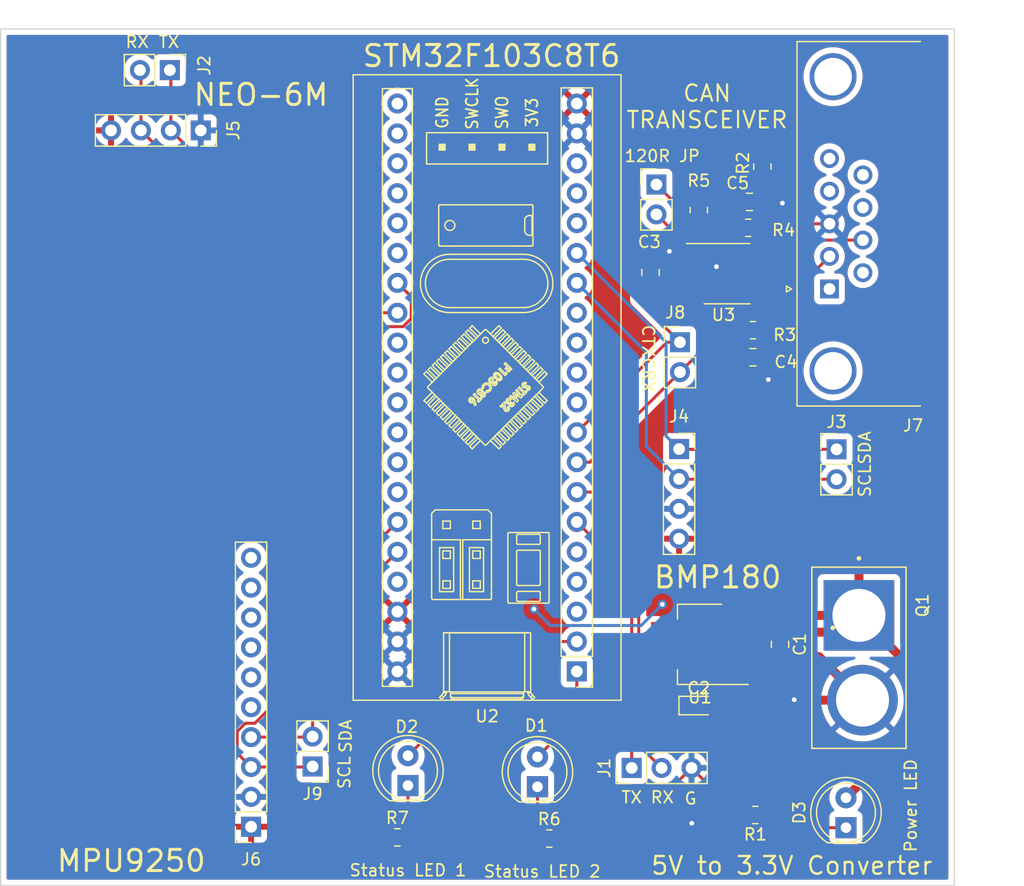
<source format=kicad_pcb>
(kicad_pcb (version 20211014) (generator pcbnew)
  (layers (0 "F.Cu" signal) (31 "B.Cu" signal) (34 "B.Paste" user) (35 "F.Paste" user) (36 "B.SilkS" user "B.Silkscreen") (37 "F.SilkS" user "F.Silkscreen") (38 "B.Mask" user) (39 "F.Mask" user) (44 "Edge.Cuts" user))
  (net 0 "")
  (net 1 "+5V")
  (net 2 "BMP180_SDA")
  (net 3 "BMP180_SCL")
  (net 4 "GND")
  (net 5 "+3V3")
  (net 6 "GPS_TX")
  (net 7 "GPS_RX")
  (net 8 "IMU_SCL")
  (net 9 "IMU_SDA")
  (net 18 "CANL")
  (net 22 "CANH")
  (net 29 "Net-(J1-Pad1)")
  (net 31 "Net-(J1-Pad2)")
  (net 33 "CAN_RX")
  (net 35 "CAN_TX")
  (net 51 "Net-(R2-Pad1)")
  (net 52 "Net-(C4-Pad1)")
  (net 53 "Net-(C5-Pad2)")
  (net 54 "Net-(D1-Pad1)")
  (net 55 "Net-(D2-Pad1)")
  (net 56 "Net-(JP1-Pad1)")
  (net 57 "Net-(D3-Pad1)")
  (net 58 "Net-(U2-Pad1)")
  (net 59 "Net-(U2-Pad2)")
  (footprint "Connector_Dsub:DSUB-9_Male_Horizontal_P2.77x2.84mm_EdgePinOffset4.94mm_Housed_MountingHolesOffset7.48mm" (layer "F.Cu") (at 173.3 60.5 90)
    (fp_text reference "J7" (at -11.6 7.1 180) (layer "F.SilkS"))
    (fp_text value "DB9_CAN_CONN")
    (pad "0" thru_hole circle (at -6.96 0.3 90) (size 4 4) (drill 3.2) (layers *.Cu *.Mask))
    (pad "0" thru_hole circle (at 18.04 0.3 90) (size 4 4) (drill 3.2) (layers *.Cu *.Mask))
    (pad "1" thru_hole rect (at 0 0 90) (size 1.6 1.6) (drill 1) (layers *.Cu *.Mask))
    (pad "2" thru_hole circle (at 2.77 0 90) (size 1.6 1.6) (drill 1) (layers *.Cu *.Mask) (net 18 "CANL"))
    (pad "3" thru_hole circle (at 5.54 0 90) (size 1.6 1.6) (drill 1) (layers *.Cu *.Mask) (net 4 "GND"))
    (pad "4" thru_hole circle (at 8.31 0 90) (size 1.6 1.6) (drill 1) (layers *.Cu *.Mask))
    (pad "5" thru_hole circle (at 11.08 0 90) (size 1.6 1.6) (drill 1) (layers *.Cu *.Mask))
    (pad "6" thru_hole circle (at 1.385 2.84 90) (size 1.6 1.6) (drill 1) (layers *.Cu *.Mask))
    (pad "7" thru_hole circle (at 4.155 2.84 90) (size 1.6 1.6) (drill 1) (layers *.Cu *.Mask) (net 22 "CANH"))
    (pad "8" thru_hole circle (at 6.925 2.84 90) (size 1.6 1.6) (drill 1) (layers *.Cu *.Mask))
    (pad "9" thru_hole circle (at 9.695 2.84 90) (size 1.6 1.6) (drill 1) (layers *.Cu *.Mask))
  )
  (footprint "XT60_YELLOW:AMASS_XT60PB-M" (layer "F.Cu") (at 175.8 91.8375 -90)
    (fp_text reference "Q1" (at -4.445 -5.3975 90) (layer "F.SilkS"))
    (fp_text value "XT60_YELLOW")
    (pad "1" thru_hole rect locked (at -3.6 0 270) (size 6 6) (drill 4.5) (layers *.Cu *.Mask) (net 1 "+5V"))
    (pad "2" thru_hole circle locked (at 3.6 -0.305 270) (size 6 6) (drill 4.5) (layers *.Cu *.Mask) (net 4 "GND"))
  )
  (footprint "Connector_PinHeader_2.54mm:PinHeader_1x02_P2.54mm_Vertical" (layer "F.Cu") (at 158.6 51.625)
    (fp_text reference "120R JP" (at 0.5 -2.425) (layer "F.SilkS"))
    (fp_text value "120R Jumper")
    (pad "1" thru_hole rect (at 0 0) (size 1.7 1.7) (drill 1) (layers *.Cu *.Mask) (net 56 "Net-(JP1-Pad1)"))
    (pad "2" thru_hole oval (at 0 2.54) (size 1.7 1.7) (drill 1) (layers *.Cu *.Mask) (net 18 "CANL"))
  )
  (footprint "Resistor_SMD:R_0805_2012Metric_Pad1.20x1.40mm_HandSolder" (layer "F.Cu") (at 166.4 55.3)
    (fp_text reference "R4" (at 3 0.2 180) (layer "F.SilkS"))
    (fp_text value "100R")
    (pad "1" smd roundrect (at -1 0) (size 1.2 1.4) (layers "F.Cu" "F.Paste" "F.Mask") (roundrect_rratio 0.208333) (net 53 "Net-(C5-Pad2)"))
    (pad "2" smd roundrect (at 1 0) (size 1.2 1.4) (layers "F.Cu" "F.Paste" "F.Mask") (roundrect_rratio 0.208333) (net 22 "CANH"))
  )
  (footprint "Capacitor_SMD:C_0805_2012Metric_Pad1.18x1.45mm_HandSolder" (layer "F.Cu") (at 166.5 53.1 180)
    (fp_text reference "C5" (at 1 1.6) (layer "F.SilkS"))
    (fp_text value "560pf")
    (pad "1" smd roundrect (at -1.0375 0 180) (size 1.175 1.45) (layers "F.Cu" "F.Paste" "F.Mask") (roundrect_rratio 0.212766) (net 4 "GND"))
    (pad "2" smd roundrect (at 1.0375 0 180) (size 1.175 1.45) (layers "F.Cu" "F.Paste" "F.Mask") (roundrect_rratio 0.212766) (net 53 "Net-(C5-Pad2)"))
  )
  (footprint "Resistor_SMD:R_0805_2012Metric_Pad1.20x1.40mm_HandSolder" (layer "F.Cu") (at 167.6 50.1 90)
    (fp_text reference "R2" (at 0.3 -1.65 90) (layer "F.SilkS"))
    (fp_text value "4k7")
    (pad "1" smd roundrect (at -1 0 90) (size 1.2 1.4) (layers "F.Cu" "F.Paste" "F.Mask") (roundrect_rratio 0.208333) (net 51 "Net-(R2-Pad1)"))
    (pad "2" smd roundrect (at 1 0 90) (size 1.2 1.4) (layers "F.Cu" "F.Paste" "F.Mask") (roundrect_rratio 0.208333) (net 4 "GND"))
  )
  (footprint "Connector_PinHeader_2.54mm:PinHeader_1x03_P2.54mm_Vertical" (layer "F.Cu") (at 156.5 101.2 90)
    (fp_text reference "J1" (at 0 -2.33 90) (layer "F.SilkS"))
    (fp_text value "UART")
    (pad "1" thru_hole rect (at 0 0 90) (size 1.7 1.7) (drill 1) (layers *.Cu *.Mask) (net 29 "Net-(J1-Pad1)"))
    (pad "2" thru_hole oval (at 0 2.54 90) (size 1.7 1.7) (drill 1) (layers *.Cu *.Mask) (net 31 "Net-(J1-Pad2)"))
    (pad "3" thru_hole oval (at 0 5.08 90) (size 1.7 1.7) (drill 1) (layers *.Cu *.Mask) (net 4 "GND"))
  )
  (footprint "Capacitor_SMD:C_0805_2012Metric_Pad1.18x1.45mm_HandSolder" (layer "F.Cu") (at 158.1 59.1 90)
    (fp_text reference "C3" (at 2.6 -0.1 180) (layer "F.SilkS"))
    (fp_text value "0.1 uf")
    (pad "1" smd roundrect (at -1.0375 0 90) (size 1.175 1.45) (layers "F.Cu" "F.Paste" "F.Mask") (roundrect_rratio 0.212766) (net 1 "+5V"))
    (pad "2" smd roundrect (at 1.0375 0 90) (size 1.175 1.45) (layers "F.Cu" "F.Paste" "F.Mask") (roundrect_rratio 0.212766) (net 4 "GND"))
  )
  (footprint "Capacitor_Tantalum_SMD:CP_EIA-1608-08_AVX-J_Pad1.25x1.05mm_HandSolder" (layer "F.Cu") (at 162.2 95.9)
    (fp_text reference "C2" (at 0 -1.48) (layer "F.SilkS"))
    (fp_text value "22uf")
    (pad "1" smd roundrect (at -0.8 0) (size 1.25 1.05) (layers "F.Cu" "F.Paste" "F.Mask") (roundrect_rratio 0.238095) (net 5 "+3V3"))
    (pad "2" smd roundrect (at 0.8 0) (size 1.25 1.05) (layers "F.Cu" "F.Paste" "F.Mask") (roundrect_rratio 0.238095) (net 4 "GND"))
  )
  (footprint "Resistor_SMD:R_0805_2012Metric_Pad1.20x1.40mm_HandSolder" (layer "F.Cu") (at 149.5 107.2)
    (fp_text reference "R6" (at 0 -1.65) (layer "F.SilkS"))
    (fp_text value "220R")
    (pad "1" smd roundrect (at -1 0) (size 1.2 1.4) (layers "F.Cu" "F.Paste" "F.Mask") (roundrect_rratio 0.208333) (net 54 "Net-(D1-Pad1)"))
    (pad "2" smd roundrect (at 1 0) (size 1.2 1.4) (layers "F.Cu" "F.Paste" "F.Mask") (roundrect_rratio 0.208333) (net 4 "GND"))
  )
  (footprint "Package_SO:SOIC-8_3.9x4.9mm_P1.27mm" (layer "F.Cu") (at 164.6 59.2)
    (fp_text reference "U3" (at -0.3 3.5) (layer "F.SilkS"))
    (fp_text value "MCP2551-I-SN")
    (pad "1" smd roundrect (at -2.475 -1.905) (size 1.95 0.6) (layers "F.Cu" "F.Paste" "F.Mask") (net 35 "CAN_TX"))
    (pad "2" smd roundrect (at -2.475 -0.635) (size 1.95 0.6) (layers "F.Cu" "F.Paste" "F.Mask") (net 4 "GND"))
    (pad "3" smd roundrect (at -2.475 0.635) (size 1.95 0.6) (layers "F.Cu" "F.Paste" "F.Mask") (net 1 "+5V"))
    (pad "4" smd roundrect (at -2.475 1.905) (size 1.95 0.6) (layers "F.Cu" "F.Paste" "F.Mask") (net 33 "CAN_RX"))
    (pad "5" smd roundrect (at 2.475 1.905) (size 1.95 0.6) (layers "F.Cu" "F.Paste" "F.Mask"))
    (pad "6" smd roundrect (at 2.475 0.635) (size 1.95 0.6) (layers "F.Cu" "F.Paste" "F.Mask") (net 18 "CANL"))
    (pad "7" smd roundrect (at 2.475 -0.635) (size 1.95 0.6) (layers "F.Cu" "F.Paste" "F.Mask") (net 22 "CANH"))
    (pad "8" smd roundrect (at 2.475 -1.905) (size 1.95 0.6) (layers "F.Cu" "F.Paste" "F.Mask") (net 51 "Net-(R2-Pad1)"))
  )
  (footprint "Package_TO_SOT_SMD:SOT-223-3_TabPin2" (layer "F.Cu") (at 162.3 90.7 180)
    (fp_text reference "U1" (at 0 -4.5) (layer "F.SilkS"))
    (fp_text value "AMS1117")
    (pad "1" smd rect (at -3.15 -2.3 180) (size 2 1.5) (layers "F.Cu" "F.Paste" "F.Mask") (net 4 "GND"))
    (pad "2" smd rect (at -3.15 0 180) (size 2 1.5) (layers "F.Cu" "F.Paste" "F.Mask") (net 5 "+3V3"))
    (pad "2" smd rect (at 3.15 0 180) (size 2 3.8) (layers "F.Cu" "F.Paste" "F.Mask") (net 5 "+3V3"))
    (pad "3" smd rect (at -3.15 2.3 180) (size 2 1.5) (layers "F.Cu" "F.Paste" "F.Mask") (net 1 "+5V"))
  )
  (footprint "Footprints:YAAJ_BluePill_1" (layer "F.Cu") (at 151.84 93 180)
    (fp_text reference "U2" (at 7.62 -3.81) (layer "F.SilkS"))
    (fp_text value "STM32F103C8T6" hide)
    (fp_text user "SWCLK" (at 8.89 48.26 90 unlocked) (layer "F.SilkS") (effects (font (size 1 0.9))))
    (fp_text user "3V3" (at 3.81 47.498 90 unlocked) (layer "F.SilkS") (effects (font (size 1 0.9))))
    (fp_text user "GND" (at 11.43 47.498 90 unlocked) (layer "F.SilkS") (effects (font (size 1 0.9))))
    (fp_text user "SWO" (at 6.35 47.498 90 unlocked) (layer "F.SilkS") (effects (font (size 1 0.9))))
    (pad "1" thru_hole rect locked (at 0 0 180) (size 1.7 1.7) (drill 1) (layers *.Cu *.Mask) (net 58 "Net-(U2-Pad1)"))
    (pad "2" thru_hole circle locked (at 0 2.54 180) (size 1.7 1.7) (drill 1) (layers *.Cu *.Mask) (net 59 "Net-(U2-Pad2)"))
    (pad "3" thru_hole circle locked (at 0 5.08 180) (size 1.7 1.7) (drill 1) (layers *.Cu *.Mask))
    (pad "4" thru_hole circle locked (at 0 7.62 180) (size 1.7 1.7) (drill 1) (layers *.Cu *.Mask))
    (pad "5" thru_hole circle locked (at 0 10.16 180) (size 1.7 1.7) (drill 1) (layers *.Cu *.Mask))
    (pad "6" thru_hole circle locked (at 0 12.7 180) (size 1.7 1.7) (drill 1) (layers *.Cu *.Mask) (net 29 "Net-(J1-Pad1)"))
    (pad "7" thru_hole circle locked (at 0 15.24 180) (size 1.7 1.7) (drill 1) (layers *.Cu *.Mask) (net 31 "Net-(J1-Pad2)"))
    (pad "8" thru_hole circle locked (at 0 17.78 180) (size 1.7 1.7) (drill 1) (layers *.Cu *.Mask) (net 33 "CAN_RX"))
    (pad "9" thru_hole circle locked (at 0 20.32 180) (size 1.7 1.7) (drill 1) (layers *.Cu *.Mask) (net 35 "CAN_TX"))
    (pad "10" thru_hole circle locked (at 0 22.86 180) (size 1.7 1.7) (drill 1) (layers *.Cu *.Mask))
    (pad "11" thru_hole circle locked (at 0 25.4 180) (size 1.7 1.7) (drill 1) (layers *.Cu *.Mask))
    (pad "12" thru_hole circle locked (at 0 27.94 180) (size 1.7 1.7) (drill 1) (layers *.Cu *.Mask))
    (pad "13" thru_hole circle locked (at 0 30.48 180) (size 1.7 1.7) (drill 1) (layers *.Cu *.Mask))
    (pad "14" thru_hole circle locked (at 0 33.02 180) (size 1.7 1.7) (drill 1) (layers *.Cu *.Mask) (net 3 "BMP180_SCL"))
    (pad "15" thru_hole circle locked (at 0 35.56 180) (size 1.7 1.7) (drill 1) (layers *.Cu *.Mask) (net 2 "BMP180_SDA"))
    (pad "16" thru_hole circle locked (at 0 38.1 180) (size 1.7 1.7) (drill 1) (layers *.Cu *.Mask))
    (pad "17" thru_hole circle locked (at 0 40.64 180) (size 1.7 1.7) (drill 1) (layers *.Cu *.Mask))
    (pad "18" thru_hole circle locked (at 0 43.18 180) (size 1.7 1.7) (drill 1) (layers *.Cu *.Mask))
    (pad "19" thru_hole circle locked (at 0 45.72 180) (size 1.7 1.7) (drill 1) (layers *.Cu *.Mask) (net 4 "GND"))
    (pad "20" thru_hole circle locked (at 0 48.26 180) (size 1.7 1.7) (drill 1) (layers *.Cu *.Mask) (net 5 "+3V3"))
    (pad "21" thru_hole circle locked (at 15.24 48.26 180) (size 1.7 1.7) (drill 1) (layers *.Cu *.Mask))
    (pad "22" thru_hole circle locked (at 15.24 45.72 180) (size 1.7 1.7) (drill 1) (layers *.Cu *.Mask))
    (pad "23" thru_hole circle locked (at 15.24 43.18 180) (size 1.7 1.7) (drill 1) (layers *.Cu *.Mask))
    (pad "24" thru_hole circle locked (at 15.24 40.64 180) (size 1.7 1.7) (drill 1) (layers *.Cu *.Mask))
    (pad "25" thru_hole circle locked (at 15.24 38.1 180) (size 1.7 1.7) (drill 1) (layers *.Cu *.Mask))
    (pad "26" thru_hole circle locked (at 15.24 35.56 180) (size 1.7 1.7) (drill 1) (layers *.Cu *.Mask))
    (pad "27" thru_hole circle locked (at 15.24 33.02 180) (size 1.7 1.7) (drill 1) (layers *.Cu *.Mask) (net 7 "GPS_RX"))
    (pad "28" thru_hole circle locked (at 15.24 30.48 180) (size 1.7 1.7) (drill 1) (layers *.Cu *.Mask) (net 6 "GPS_TX"))
    (pad "29" thru_hole circle locked (at 15.24 27.94 180) (size 1.7 1.7) (drill 1) (layers *.Cu *.Mask))
    (pad "30" thru_hole circle locked (at 15.24 25.4 180) (size 1.7 1.7) (drill 1) (layers *.Cu *.Mask))
    (pad "31" thru_hole circle locked (at 15.24 22.86 180) (size 1.7 1.7) (drill 1) (layers *.Cu *.Mask))
    (pad "32" thru_hole circle locked (at 15.24 20.32 180) (size 1.7 1.7) (drill 1) (layers *.Cu *.Mask))
    (pad "33" thru_hole circle locked (at 15.24 17.78 180) (size 1.7 1.7) (drill 1) (layers *.Cu *.Mask))
    (pad "34" thru_hole circle locked (at 15.24 15.24 180) (size 1.7 1.7) (drill 1) (layers *.Cu *.Mask))
    (pad "35" thru_hole circle locked (at 15.24 12.7 180) (size 1.7 1.7) (drill 1) (layers *.Cu *.Mask) (net 8 "IMU_SCL"))
    (pad "36" thru_hole circle locked (at 15.24 10.16 180) (size 1.7 1.7) (drill 1) (layers *.Cu *.Mask) (net 9 "IMU_SDA"))
    (pad "37" thru_hole circle locked (at 15.24 7.62 180) (size 1.7 1.7) (drill 1) (layers *.Cu *.Mask))
    (pad "38" thru_hole circle locked (at 15.24 5.08 180) (size 1.7 1.7) (drill 1) (layers *.Cu *.Mask) (net 5 "+3V3"))
    (pad "39" thru_hole circle locked (at 15.24 2.54 180) (size 1.7 1.7) (drill 1) (layers *.Cu *.Mask) (net 4 "GND"))
    (pad "40" thru_hole circle locked (at 15.24 0 180) (size 1.7 1.7) (drill 1) (layers *.Cu *.Mask) (net 4 "GND"))
  )
  (footprint "Connector_PinHeader_2.54mm:PinHeader_1x02_P2.54mm_Vertical" (layer "F.Cu") (at 129.4 101.075 180)
    (fp_text reference "J9" (at 0 -2.33) (layer "F.SilkS"))
    (fp_text value "IMU_Debug")
    (pad "1" thru_hole rect (at 0 0 180) (size 1.7 1.7) (drill 1) (layers *.Cu *.Mask) (net 8 "IMU_SCL"))
    (pad "2" thru_hole oval (at 0 2.54 180) (size 1.7 1.7) (drill 1) (layers *.Cu *.Mask) (net 9 "IMU_SDA"))
  )
  (footprint "Connector_PinHeader_2.54mm:PinHeader_1x02_P2.54mm_Vertical" (layer "F.Cu") (at 117.275 41.9 -90)
    (fp_text reference "J2" (at -0.4 -2.925 90) (layer "F.SilkS"))
    (fp_text value "NEO-6M_Debug")
    (pad "1" thru_hole rect (at 0 0 270) (size 1.7 1.7) (drill 1) (layers *.Cu *.Mask) (net 6 "GPS_TX"))
    (pad "2" thru_hole oval (at 0 2.54 270) (size 1.7 1.7) (drill 1) (layers *.Cu *.Mask) (net 7 "GPS_RX"))
  )
  (footprint "Connector_PinHeader_2.54mm:PinHeader_1x02_P2.54mm_Vertical" (layer "F.Cu") (at 173.9 74.125)
    (fp_text reference "J3" (at 0 -2.33) (layer "F.SilkS"))
    (fp_text value "BMP180_Debug")
    (pad "1" thru_hole rect (at 0 0) (size 1.7 1.7) (drill 1) (layers *.Cu *.Mask) (net 2 "BMP180_SDA"))
    (pad "2" thru_hole oval (at 0 2.54) (size 1.7 1.7) (drill 1) (layers *.Cu *.Mask) (net 3 "BMP180_SCL"))
  )
  (footprint "Connector_PinSocket_2.54mm:PinSocket_1x04_P2.54mm_Vertical" (layer "F.Cu") (at 119.9 47.025 -90)
    (fp_text reference "J5" (at 0 -2.77 90) (layer "F.SilkS"))
    (fp_text value "NEO-6M")
    (pad "1" thru_hole rect (at 0 0 270) (size 1.7 1.7) (drill 1) (layers *.Cu *.Mask) (net 4 "GND"))
    (pad "2" thru_hole oval (at 0 2.54 270) (size 1.7 1.7) (drill 1) (layers *.Cu *.Mask) (net 6 "GPS_TX"))
    (pad "3" thru_hole oval (at 0 5.08 270) (size 1.7 1.7) (drill 1) (layers *.Cu *.Mask) (net 7 "GPS_RX"))
    (pad "4" thru_hole oval (at 0 7.62 270) (size 1.7 1.7) (drill 1) (layers *.Cu *.Mask) (net 5 "+3V3"))
  )
  (footprint "Resistor_SMD:R_0805_2012Metric_Pad1.20x1.40mm_HandSolder" (layer "F.Cu") (at 162.2 53.8 90)
    (fp_text reference "R5" (at 2.5 0 180) (layer "F.SilkS"))
    (fp_text value "120R")
    (pad "1" smd roundrect (at -1 0 90) (size 1.2 1.4) (layers "F.Cu" "F.Paste" "F.Mask") (roundrect_rratio 0.208333) (net 56 "Net-(JP1-Pad1)"))
    (pad "2" smd roundrect (at 1 0 90) (size 1.2 1.4) (layers "F.Cu" "F.Paste" "F.Mask") (roundrect_rratio 0.208333) (net 22 "CANH"))
  )
  (footprint "Capacitor_SMD:C_0805_2012Metric_Pad1.18x1.45mm_HandSolder" (layer "F.Cu") (at 166.8 66.3)
    (fp_text reference "C4" (at 2.8 0.4) (layer "F.SilkS"))
    (fp_text value "560pf")
    (pad "1" smd roundrect (at -1.0375 0) (size 1.175 1.45) (layers "F.Cu" "F.Paste" "F.Mask") (roundrect_rratio 0.212766) (net 52 "Net-(C4-Pad1)"))
    (pad "2" smd roundrect (at 1.0375 0) (size 1.175 1.45) (layers "F.Cu" "F.Paste" "F.Mask") (roundrect_rratio 0.212766) (net 4 "GND"))
  )
  (footprint "LED_THT:LED_D5.0mm" (layer "F.Cu") (at 174.7 106.275 90)
    (fp_text reference "D3" (at 1.27 -3.96 90) (layer "F.SilkS"))
    (fp_text value "Power_LED")
    (pad "1" thru_hole rect (at 0 0 90) (size 1.8 1.8) (drill 0.9) (layers *.Cu *.Mask) (net 57 "Net-(D3-Pad1)"))
    (pad "2" thru_hole circle (at 2.54 0 90) (size 1.8 1.8) (drill 0.9) (layers *.Cu *.Mask) (net 1 "+5V"))
  )
  (footprint "Capacitor_SMD:C_0805_2012Metric_Pad1.18x1.45mm_HandSolder" (layer "F.Cu") (at 169.1 90.7 -90)
    (fp_text reference "C1" (at 0 -1.68 90) (layer "F.SilkS"))
    (fp_text value "10uf")
    (pad "1" smd roundrect (at -1.0375 0 270) (size 1.175 1.45) (layers "F.Cu" "F.Paste" "F.Mask") (roundrect_rratio 0.212766) (net 1 "+5V"))
    (pad "2" smd roundrect (at 1.0375 0 270) (size 1.175 1.45) (layers "F.Cu" "F.Paste" "F.Mask") (roundrect_rratio 0.212766) (net 4 "GND"))
  )
  (footprint "Resistor_SMD:R_0805_2012Metric_Pad1.20x1.40mm_HandSolder" (layer "F.Cu") (at 167 105.2 180)
    (fp_text reference "R1" (at 0 -1.65) (layer "F.SilkS"))
    (fp_text value "220R")
    (pad "1" smd roundrect (at -1 0 180) (size 1.2 1.4) (layers "F.Cu" "F.Paste" "F.Mask") (roundrect_rratio 0.208333) (net 57 "Net-(D3-Pad1)"))
    (pad "2" smd roundrect (at 1 0 180) (size 1.2 1.4) (layers "F.Cu" "F.Paste" "F.Mask") (roundrect_rratio 0.208333) (net 4 "GND"))
  )
  (footprint "Resistor_SMD:R_0805_2012Metric_Pad1.20x1.40mm_HandSolder" (layer "F.Cu") (at 166.8 64 180)
    (fp_text reference "R3" (at -2.7 -0.4) (layer "F.SilkS"))
    (fp_text value "100R")
    (pad "1" smd roundrect (at -1 0 180) (size 1.2 1.4) (layers "F.Cu" "F.Paste" "F.Mask") (roundrect_rratio 0.208333) (net 18 "CANL"))
    (pad "2" smd roundrect (at 1 0 180) (size 1.2 1.4) (layers "F.Cu" "F.Paste" "F.Mask") (roundrect_rratio 0.208333) (net 52 "Net-(C4-Pad1)"))
  )
  (footprint "Resistor_SMD:R_0805_2012Metric_Pad1.20x1.40mm_HandSolder" (layer "F.Cu") (at 136.6 107.1)
    (fp_text reference "R7" (at 0 -1.65) (layer "F.SilkS"))
    (fp_text value "220R")
    (pad "1" smd roundrect (at -1 0) (size 1.2 1.4) (layers "F.Cu" "F.Paste" "F.Mask") (roundrect_rratio 0.208333) (net 4 "GND"))
    (pad "2" smd roundrect (at 1 0) (size 1.2 1.4) (layers "F.Cu" "F.Paste" "F.Mask") (roundrect_rratio 0.208333) (net 55 "Net-(D2-Pad1)"))
  )
  (footprint "LED_THT:LED_D5.0mm" (layer "F.Cu") (at 148.5 102.8 90)
    (fp_text reference "D1" (at 5.2 -0.1 180) (layer "F.SilkS"))
    (fp_text value "Status_LED_Blue")
    (pad "1" thru_hole rect (at 0 0 90) (size 1.8 1.8) (drill 0.9) (layers *.Cu *.Mask) (net 54 "Net-(D1-Pad1)"))
    (pad "2" thru_hole circle (at 2.54 0 90) (size 1.8 1.8) (drill 0.9) (layers *.Cu *.Mask) (net 58 "Net-(U2-Pad1)"))
  )
  (footprint "LED_THT:LED_D5.0mm" (layer "F.Cu") (at 137.5 102.7 90)
    (fp_text reference "D2" (at 5 -0.1 180) (layer "F.SilkS"))
    (fp_text value "Status_LED_Red")
    (pad "1" thru_hole rect (at 0 0 90) (size 1.8 1.8) (drill 0.9) (layers *.Cu *.Mask) (net 55 "Net-(D2-Pad1)"))
    (pad "2" thru_hole circle (at 2.54 0 90) (size 1.8 1.8) (drill 0.9) (layers *.Cu *.Mask) (net 59 "Net-(U2-Pad2)"))
  )
  (footprint "Connector_PinSocket_2.54mm:PinSocket_1x10_P2.54mm_Vertical" (layer "F.Cu") (at 124.175 106.2 180)
    (fp_text reference "J6" (at 0 -2.77) (layer "F.SilkS"))
    (fp_text value "MPU9250")
    (pad "1" thru_hole rect (at 0 0 180) (size 1.7 1.7) (drill 1) (layers *.Cu *.Mask) (net 5 "+3V3"))
    (pad "2" thru_hole oval (at 0 2.54 180) (size 1.7 1.7) (drill 1) (layers *.Cu *.Mask) (net 4 "GND"))
    (pad "3" thru_hole oval (at 0 5.08 180) (size 1.7 1.7) (drill 1) (layers *.Cu *.Mask) (net 8 "IMU_SCL"))
    (pad "4" thru_hole oval (at 0 7.62 180) (size 1.7 1.7) (drill 1) (layers *.Cu *.Mask) (net 9 "IMU_SDA"))
    (pad "5" thru_hole oval (at 0 10.16 180) (size 1.7 1.7) (drill 1) (layers *.Cu *.Mask))
    (pad "6" thru_hole oval (at 0 12.7 180) (size 1.7 1.7) (drill 1) (layers *.Cu *.Mask))
    (pad "7" thru_hole oval (at 0 15.24 180) (size 1.7 1.7) (drill 1) (layers *.Cu *.Mask))
    (pad "8" thru_hole oval (at 0 17.78 180) (size 1.7 1.7) (drill 1) (layers *.Cu *.Mask))
    (pad "9" thru_hole oval (at 0 20.32 180) (size 1.7 1.7) (drill 1) (layers *.Cu *.Mask))
    (pad "10" thru_hole oval (at 0 22.86 180) (size 1.7 1.7) (drill 1) (layers *.Cu *.Mask))
  )
  (footprint "Connector_PinHeader_2.54mm:PinHeader_1x02_P2.54mm_Vertical" (layer "F.Cu") (at 160.6 65.025)
    (fp_text reference "J8" (at -0.4 -2.525) (layer "F.SilkS"))
    (fp_text value "CAN_Debug")
    (pad "1" thru_hole rect (at 0 0) (size 1.7 1.7) (drill 1) (layers *.Cu *.Mask) (net 35 "CAN_TX"))
    (pad "2" thru_hole oval (at 0 2.54) (size 1.7 1.7) (drill 1) (layers *.Cu *.Mask) (net 33 "CAN_RX"))
  )
  (footprint "Connector_PinSocket_2.54mm:PinSocket_1x04_P2.54mm_Vertical" (layer "F.Cu") (at 160.525 74.1)
    (fp_text reference "J4" (at 0 -2.77) (layer "F.SilkS"))
    (fp_text value "BMP180")
    (pad "1" thru_hole rect (at 0 0) (size 1.7 1.7) (drill 1) (layers *.Cu *.Mask) (net 2 "BMP180_SDA"))
    (pad "2" thru_hole oval (at 0 2.54) (size 1.7 1.7) (drill 1) (layers *.Cu *.Mask) (net 3 "BMP180_SCL"))
    (pad "3" thru_hole oval (at 0 5.08) (size 1.7 1.7) (drill 1) (layers *.Cu *.Mask) (net 4 "GND"))
    (pad "4" thru_hole oval (at 0 7.62) (size 1.7 1.7) (drill 1) (layers *.Cu *.Mask) (net 5 "+3V3"))
  )
  (gr_rect (start 183.9 111.2) (end 102.9 38.4) (layer "Edge.Cuts") (width 0.1) (fill none))
  (gr_text "MPU9250" (at 114 109.1) (layer "F.SilkS") (effects (font (size 1.8 1.8) (thickness 0.25))))
  (gr_text "G\n" (at 161.5 103.8) (layer "F.SilkS") (effects (font (size 1 1))))
  (gr_text "Status LED 1" (at 137.5 109.9) (layer "F.SilkS") (effects (font (size 1 1))))
  (gr_text "Status LED 2" (at 148.9 110) (layer "F.SilkS") (effects (font (size 1 1))))
  (gr_text "NEO-6M \n" (at 125.7 44) (layer "F.SilkS") (effects (font (size 1.8 1.8) (thickness 0.25))))
  (gr_text "SDA" (at 132.2 98.5 90) (layer "F.SilkS") (effects (font (size 1 1))))
  (gr_text "BMP180\n" (at 163.8 85) (layer "F.SilkS") (effects (font (size 1.8 1.8) (thickness 0.25))))
  (gr_text "CAN\nTRANSCEIVER\n" (at 162.9 45) (layer "F.SilkS") (effects (font (size 1.4 1.4) (thickness 0.18))))
  (gr_text "SDA" (at 176.3 74 90) (layer "F.SilkS") (effects (font (size 1 1))))
  (gr_text "SCL\n" (at 176.3 76.8 90) (layer "F.SilkS") (effects (font (size 1 1))))
  (gr_text "RX" (at 159.1 103.7) (layer "F.SilkS") (effects (font (size 1 1))))
  (gr_text "SCL" (at 132.1 101.6 90) (layer "F.SilkS") (effects (font (size 1 1))))
  (gr_text "5V to 3.3V Converter" (at 170.1 109.5) (layer "F.SilkS") (effects (font (size 1.5 1.5) (thickness 0.2))))
  (gr_text "TX\n" (at 156.5 103.7) (layer "F.SilkS") (effects (font (size 1 1))))
  (gr_text "TX" (at 117.2 39.5) (layer "F.SilkS") (effects (font (size 1 1))))
  (gr_text "CTX\n" (at 157.9 64.9 270) (layer "F.SilkS") (effects (font (size 1 1))))
  (gr_text "CRX\n" (at 157.9 67.8 270) (layer "F.SilkS") (effects (font (size 1 1))))
  (gr_text "Power LED" (at 180.2 104.4 90) (layer "F.SilkS") (effects (font (size 1 1))))
  (gr_text "STM32F103C8T6" (at 144.6 40.7) (layer "F.SilkS") (effects (font (size 1.8 1.8) (thickness 0.25))))
  (gr_text "RX" (at 114.5 39.5) (layer "F.SilkS") (effects (font (size 1 1))))
  (segment (start 181.409268 93.846768) (end 181.409268 97.025732) (width 0.762) (layer "F.Cu") (net 1))
  (segment (start 162.935 59.835) (end 162.125 59.835) (width 0.762) (layer "F.Cu") (net 1))
  (segment (start 166.062 70.9) (end 163.681 68.519) (width 0.762) (layer "F.Cu") (net 1))
  (segment (start 158.3 59.8) (end 162.09 59.8) (width 0.508) (layer "F.Cu") (net 1))
  (segment (start 165.6125 88.2375) (end 165.45 88.4) (width 0.762) (layer "F.Cu") (net 1))
  (segment (start 162.09 59.8) (end 162.125 59.835) (width 0.508) (layer "F.Cu") (net 1))
  (segment (start 174.6 70.9) (end 166.062 70.9) (width 0.762) (layer "F.Cu") (net 1))
  (segment (start 158.1 60.1375) (end 158.1 60) (width 0.508) (layer "F.Cu") (net 1))
  (segment (start 163.681 60.581) (end 162.935 59.835) (width 0.762) (layer "F.Cu") (net 1))
  (segment (start 175.8 72.1) (end 174.6 70.9) (width 0.762) (layer "F.Cu") (net 1))
  (segment (start 169.1 89.6625) (end 174.375 89.6625) (width 0.762) (layer "F.Cu") (net 1))
  (segment (start 175.8 88.2375) (end 165.6125 88.2375) (width 0.762) (layer "F.Cu") (net 1))
  (segment (start 158.1 60) (end 158.3 59.8) (width 0.508) (layer "F.Cu") (net 1))
  (segment (start 175.8 88.2375) (end 175.8 72.1) (width 0.762) (layer "F.Cu") (net 1))
  (segment (start 181.409268 97.025732) (end 174.7 103.735) (width 0.762) (layer "F.Cu") (net 1))
  (segment (start 163.681 68.519) (end 163.681 60.581) (width 0.762) (layer "F.Cu") (net 1))
  (segment (start 175.8 88.2375) (end 181.409268 93.846768) (width 0.762) (layer "F.Cu") (net 1))
  (segment (start 174.375 89.6625) (end 175.8 88.2375) (width 0.762) (layer "F.Cu") (net 1))
  (segment (start 160.55 74.125) (end 160.525 74.1) (width 0.254) (layer "F.Cu") (net 2))
  (segment (start 173.9 74.125) (end 160.55 74.125) (width 0.254) (layer "F.Cu") (net 2))
  (segment (start 159.423 72.998) (end 159.423 65.023) (width 0.254) (layer "B.Cu") (net 2))
  (segment (start 160.525 74.1) (end 159.423 72.998) (width 0.254) (layer "B.Cu") (net 2))
  (segment (start 159.423 65.023) (end 151.84 57.44) (width 0.254) (layer "B.Cu") (net 2))
  (segment (start 173.9 76.665) (end 160.55 76.665) (width 0.254) (layer "F.Cu") (net 3))
  (segment (start 160.55 76.665) (end 160.525 76.64) (width 0.254) (layer "F.Cu") (net 3))
  (segment (start 160.525 76.64) (end 157.746449 73.861449) (width 0.254) (layer "B.Cu") (net 3))
  (segment (start 157.746449 65.886449) (end 151.84 59.98) (width 0.254) (layer "B.Cu") (net 3))
  (segment (start 157.746449 73.861449) (end 157.746449 65.886449) (width 0.254) (layer "B.Cu") (net 3))
  (segment (start 167.8375 67.9375) (end 168.1 68.2) (width 0.254) (layer "F.Cu") (net 4))
  (segment (start 169 52.1) (end 168 53.1) (width 0.254) (layer "F.Cu") (net 4))
  (segment (start 150.5 107.2) (end 155.58 107.2) (width 0.254) (layer "F.Cu") (net 4))
  (segment (start 163.665 58.565) (end 163.7 58.6) (width 0.254) (layer "F.Cu") (net 4))
  (segment (start 169 50.5) (end 169 52.1) (width 0.254) (layer "F.Cu") (net 4))
  (segment (start 169.1 91.7375) (end 167.8375 93) (width 0.762) (layer "F.Cu") (net 4))
  (segment (start 161.58 105.88) (end 161.58 101.2) (width 0.254) (layer "F.Cu") (net 4))
  (segment (start 167.5375 53.1) (end 169.2 53.1) (width 0.254) (layer "F.Cu") (net 4))
  (segment (start 158.1 58.0625) (end 158.9375 58.0625) (width 0.254) (layer "F.Cu") (net 4))
  (segment (start 170.3375 95.4375) (end 170.3 95.4) (width 0.762) (layer "F.Cu") (net 4))
  (segment (start 169.3975 54.96) (end 167.5375 53.1) (width 0.254) (layer "F.Cu") (net 4))
  (segment (start 167.8375 93) (end 165.45 93) (width 0.762) (layer "F.Cu") (net 4))
  (segment (start 176.105 95.4375) (end 170.3375 95.4375) (width 0.762) (layer "F.Cu") (net 4))
  (segment (start 163 95.9) (end 163 95.45) (width 0.762) (layer "F.Cu") (net 4))
  (segment (start 163 95.45) (end 165.45 93) (width 0.762) (layer "F.Cu") (net 4))
  (segment (start 172.405 91.7375) (end 169.1 91.7375) (width 0.762) (layer "F.Cu") (net 4))
  (segment (start 169.2 53.1) (end 169.3 53.2) (width 0.254) (layer "F.Cu") (net 4))
  (segment (start 132.16 103.66) (end 135.6 107.1) (width 0.254) (layer "F.Cu") (net 4))
  (segment (start 176.105 95.4375) (end 172.405 91.7375) (width 0.762) (layer "F.Cu") (net 4))
  (segment (start 149.473 108.227) (end 136.727 108.227) (width 0.254) (layer "F.Cu") (net 4))
  (segment (start 167.6 49.1) (end 169 50.5) (width 0.254) (layer "F.Cu") (net 4))
  (segment (start 173.3 54.96) (end 169.3975 54.96) (width 0.254) (layer "F.Cu") (net 4))
  (segment (start 124.175 103.66) (end 132.16 103.66) (width 0.254) (layer "F.Cu") (net 4))
  (segment (start 162.125 58.565) (end 163.665 58.565) (width 0.254) (layer "F.Cu") (net 4))
  (segment (start 161.6 105.9) (end 161.58 105.88) (width 0.254) (layer "F.Cu") (net 4))
  (segment (start 166 105.2) (end 165.58 105.2) (width 0.254) (layer "F.Cu") (net 4))
  (segment (start 158.9375 58.0625) (end 159.7 57.3) (width 0.254) (layer "F.Cu") (net 4))
  (segment (start 150.5 107.2) (end 149.473 108.227) (width 0.254) (layer "F.Cu") (net 4))
  (segment (start 165.58 105.2) (end 161.58 101.2) (width 0.254) (layer "F.Cu") (net 4))
  (segment (start 168 53.1) (end 167.5375 53.1) (width 0.254) (layer "F.Cu") (net 4))
  (segment (start 167.8375 66.3) (end 167.8375 67.9375) (width 0.254) (layer "F.Cu") (net 4))
  (segment (start 136.727 108.227) (end 135.6 107.1) (width 0.254) (layer "F.Cu") (net 4))
  (segment (start 155.58 107.2) (end 161.58 101.2) (width 0.254) (layer "F.Cu") (net 4))
  (via (at 159.7 57.3) (size 0.8) (drill 0.4) (layers "F.Cu" "B.Cu") (net 4))
  (via (at 169.3 53.2) (size 0.8) (drill 0.4) (layers "F.Cu" "B.Cu") (net 4))
  (via (at 161.6 105.9) (size 0.8) (drill 0.4) (layers "F.Cu" "B.Cu") (net 4))
  (via (at 168.1 68.2) (size 0.8) (drill 0.4) (layers "F.Cu" "B.Cu") (net 4))
  (via (at 170.3 95.4) (size 0.8) (drill 0.4) (layers "F.Cu" "B.Cu") (net 4))
  (via (at 163.7 58.6) (size 0.8) (drill 0.4) (layers "F.Cu" "B.Cu") (net 4))
  (segment (start 159.15 90.7) (end 159.15 87.35) (width 0.254) (layer "F.Cu") (net 5))
  (segment (start 159.15 87.35) (end 159.1 87.3) (width 0.254) (layer "F.Cu") (net 5))
  (via (at 148.2 87.7) (size 0.8) (drill 0.4) (layers "F.Cu" "B.Cu") (net 5))
  (via (at 159.1 87.3) (size 0.8) (drill 0.4) (layers "F.Cu" "B.Cu") (net 5))
  (segment (start 159.1 87.3) (end 157.303 89.097) (width 0.254) (layer "B.Cu") (net 5))
  (segment (start 157.303 89.097) (end 149.597 89.097) (width 0.254) (layer "B.Cu") (net 5))
  (segment (start 149.597 89.097) (end 148.2 87.7) (width 0.254) (layer "B.Cu") (net 5))
  (segment (start 117.36 47.025) (end 117.36 41.985) (width 0.254) (layer "F.Cu") (net 6))
  (segment (start 136.6 62.52) (end 132.855 62.52) (width 0.254) (layer "F.Cu") (net 6))
  (segment (start 117.36 41.985) (end 117.275 41.9) (width 0.254) (layer "F.Cu") (net 6))
  (segment (start 132.855 62.52) (end 117.36 47.025) (width 0.254) (layer "F.Cu") (net 6))
  (segment (start 137.777 63.00753) (end 137.08753 63.697) (width 0.254) (layer "F.Cu") (net 7))
  (segment (start 114.82 41.985) (end 114.735 41.9) (width 0.254) (layer "F.Cu") (net 7))
  (segment (start 131.492 63.697) (end 114.82 47.025) (width 0.254) (layer "F.Cu") (net 7))
  (segment (start 137.777 61.157) (end 137.777 63.00753) (width 0.254) (layer "F.Cu") (net 7))
  (segment (start 114.82 47.025) (end 114.82 41.985) (width 0.254) (layer "F.Cu") (net 7))
  (segment (start 137.08753 63.697) (end 131.492 63.697) (width 0.254) (layer "F.Cu") (net 7))
  (segment (start 136.6 59.98) (end 137.777 61.157) (width 0.254) (layer "F.Cu") (net 7))
  (segment (start 122.998 99.943) (end 122.998 98.09247) (width 0.254) (layer "F.Cu") (net 8))
  (segment (start 122.998 98.09247) (end 123.68747 97.403) (width 0.254) (layer "F.Cu") (net 8))
  (segment (start 129.355 101.12) (end 129.4 101.075) (width 0.254) (layer "F.Cu") (net 8))
  (segment (start 124.175 101.12) (end 122.998 99.943) (width 0.254) (layer "F.Cu") (net 8))
  (segment (start 128.946 92.954) (end 128.946 87.954) (width 0.254) (layer "F.Cu") (net 8))
  (segment (start 128.946 87.954) (end 136.6 80.3) (width 0.254) (layer "F.Cu") (net 8))
  (segment (start 124.497 97.403) (end 128.946 92.954) (width 0.254) (layer "F.Cu") (net 8))
  (segment (start 123.68747 97.403) (end 124.497 97.403) (width 0.254) (layer "F.Cu") (net 8))
  (segment (start 124.175 101.12) (end 129.355 101.12) (width 0.254) (layer "F.Cu") (net 8))
  (segment (start 124.175 98.58) (end 129.355 98.58) (width 0.254) (layer "F.Cu") (net 9))
  (segment (start 129.355 98.58) (end 129.4 98.535) (width 0.254) (layer "F.Cu") (net 9))
  (segment (start 136.6 82.84) (end 129.4 90.04) (width 0.254) (layer "F.Cu") (net 9))
  (segment (start 129.4 90.04) (end 129.4 98.535) (width 0.254) (layer "F.Cu") (net 9))
  (segment (start 167.075 59.835) (end 171.195 59.835) (width 0.254) (layer "F.Cu") (net 18))
  (segment (start 167.735 59.835) (end 167.075 59.835) (width 0.254) (layer "F.Cu") (net 18))
  (segment (start 171.195 59.835) (end 173.3 57.73) (width 0.254) (layer "F.Cu") (net 18))
  (segment (start 168.377 60.477) (end 167.735 59.835) (width 0.254) (layer "F.Cu") (net 18))
  (segment (start 167.8 64) (end 168.377 63.423) (width 0.254) (layer "F.Cu") (net 18))
  (segment (start 168.377 63.423) (end 168.377 60.477) (width 0.254) (layer "F.Cu") (net 18))
  (segment (start 166.635 59.835) (end 167.075 59.835) (width 0.254) (layer "F.Cu") (net 18))
  (segment (start 158.6 54.165) (end 161.035 56.6) (width 0.254) (layer "F.Cu") (net 18))
  (segment (start 161.035 56.6) (end 163.4 56.6) (width 0.254) (layer "F.Cu") (net 18))
  (segment (start 163.4 56.6) (end 166.635 59.835) (width 0.254) (layer "F.Cu") (net 18))
  (segment (start 166.69542 58.565) (end 163.227 55.09658) (width 0.254) (layer "F.Cu") (net 22))
  (segment (start 168.445 56.345) (end 172.445 56.345) (width 0.254) (layer "F.Cu") (net 22))
  (segment (start 167.075 58.565) (end 166.69542 58.565) (width 0.254) (layer "F.Cu") (net 22))
  (segment (start 172.445 56.345) (end 176.14 56.345) (width 0.254) (layer "F.Cu") (net 22))
  (segment (start 167.075 58.565) (end 170.225 58.565) (width 0.254) (layer "F.Cu") (net 22))
  (segment (start 163.227 55.09658) (end 163.227 53.827) (width 0.254) (layer "F.Cu") (net 22))
  (segment (start 167.4 55.3) (end 168.445 56.345) (width 0.254) (layer "F.Cu") (net 22))
  (segment (start 163.227 53.827) (end 162.2 52.8) (width 0.254) (layer "F.Cu") (net 22))
  (segment (start 170.225 58.565) (end 172.445 56.345) (width 0.254) (layer "F.Cu") (net 22))
  (segment (start 156.5 84.96) (end 151.84 80.3) (width 0.254) (layer "F.Cu") (net 29))
  (segment (start 156.5 101.2) (end 156.5 84.96) (width 0.254) (layer "F.Cu") (net 29))
  (segment (start 159.04 101.2) (end 157.1 99.26) (width 0.254) (layer "F.Cu") (net 31))
  (segment (start 157.1 99.26) (end 157.1 81.6) (width 0.254) (layer "F.Cu") (net 31))
  (segment (start 157.1 81.6) (end 153.26 77.76) (width 0.254) (layer "F.Cu") (net 31))
  (segment (start 153.26 77.76) (end 151.84 77.76) (width 0.254) (layer "F.Cu") (net 31))
  (segment (start 152.945 75.22) (end 151.84 75.22) (width 0.254) (layer "F.Cu") (net 33))
  (segment (start 162.125 66.04) (end 162.125 61.105) (width 0.254) (layer "F.Cu") (net 33))
  (segment (start 160.6 67.565) (end 152.945 75.22) (width 0.254) (layer "F.Cu") (net 33))
  (segment (start 160.6 67.565) (end 162.125 66.04) (width 0.254) (layer "F.Cu") (net 33))
  (segment (start 161.74542 57.295) (end 159.82142 59.219) (width 0.254) (layer "F.Cu") (net 35))
  (segment (start 160.6 65.025) (end 159.495 65.025) (width 0.254) (layer "F.Cu") (net 35))
  (segment (start 159.82142 59.219) (end 157.389999 59.219) (width 0.254) (layer "F.Cu") (net 35))
  (segment (start 157 59.608999) (end 157 61.425) (width 0.254) (layer "F.Cu") (net 35))
  (segment (start 157 61.425) (end 160.6 65.025) (width 0.254) (layer "F.Cu") (net 35))
  (segment (start 159.495 65.025) (end 151.84 72.68) (width 0.254) (layer "F.Cu") (net 35))
  (segment (start 157.389999 59.219) (end 157 59.608999) (width 0.254) (layer "F.Cu") (net 35))
  (segment (start 162.125 57.295) (end 161.74542 57.295) (width 0.254) (layer "F.Cu") (net 35))
  (segment (start 167.6 51.1) (end 166.473 52.227) (width 0.254) (layer "F.Cu") (net 51))
  (segment (start 166.473 52.227) (end 166.473 56.693) (width 0.254) (layer "F.Cu") (net 51))
  (segment (start 166.473 56.693) (end 167.075 57.295) (width 0.254) (layer "F.Cu") (net 51))
  (segment (start 165.8 64) (end 165.8 66.2625) (width 0.254) (layer "F.Cu") (net 52))
  (segment (start 165.8 66.2625) (end 165.7625 66.3) (width 0.254) (layer "F.Cu") (net 52))
  (segment (start 165.4 55.3) (end 165.4 53.1625) (width 0.254) (layer "F.Cu") (net 53))
  (segment (start 165.4 53.1625) (end 165.4625 53.1) (width 0.254) (layer "F.Cu") (net 53))
  (segment (start 148.5 107.2) (end 148.5 102.8) (width 0.254) (layer "F.Cu") (net 54))
  (segment (start 137.5 107) (end 137.6 107.1) (width 0.254) (layer "F.Cu") (net 55))
  (segment (start 137.5 102.7) (end 137.5 107) (width 0.254) (layer "F.Cu") (net 55))
  (segment (start 162.2 54.8) (end 161.775 54.8) (width 0.254) (layer "F.Cu") (net 56))
  (segment (start 161.775 54.8) (end 158.6 51.625) (width 0.254) (layer "F.Cu") (net 56))
  (segment (start 174.7 106.275) (end 169.075 106.275) (width 0.254) (layer "F.Cu") (net 57))
  (segment (start 169.075 106.275) (end 168 105.2) (width 0.254) (layer "F.Cu") (net 57))
  (segment (start 151.84 93) (end 151.84 96.92) (width 0.254) (layer "F.Cu") (net 58))
  (segment (start 151.84 96.92) (end 148.5 100.26) (width 0.254) (layer "F.Cu") (net 58))
  (segment (start 147.2 90.46) (end 137.5 100.16) (width 0.254) (layer "F.Cu") (net 59))
  (segment (start 151.84 90.46) (end 147.2 90.46) (width 0.254) (layer "F.Cu") (net 59))
  (zone (net 5) (net_name "+3V3") (layer "F.Cu") (connect_pads (clearance 0.508)) (min_thickness 0.254) (fill yes (thermal_gap 0.508) (thermal_bridge_width 0.508))
    (polygon (pts (xy 183.9 111.2) (xy 102.9 111.2) (xy 102.9 38.4) (xy 183.9 38.4)))
  )
  (zone (net 4) (net_name "GND") (layer "B.Cu") (connect_pads (clearance 0.508)) (min_thickness 0.254) (fill yes (thermal_gap 0.508) (thermal_bridge_width 0.508))
    (polygon (pts (xy 183.9 111.2) (xy 102.9 111.2) (xy 102.9 38.4) (xy 183.9 38.4)))
  )
)
</source>
